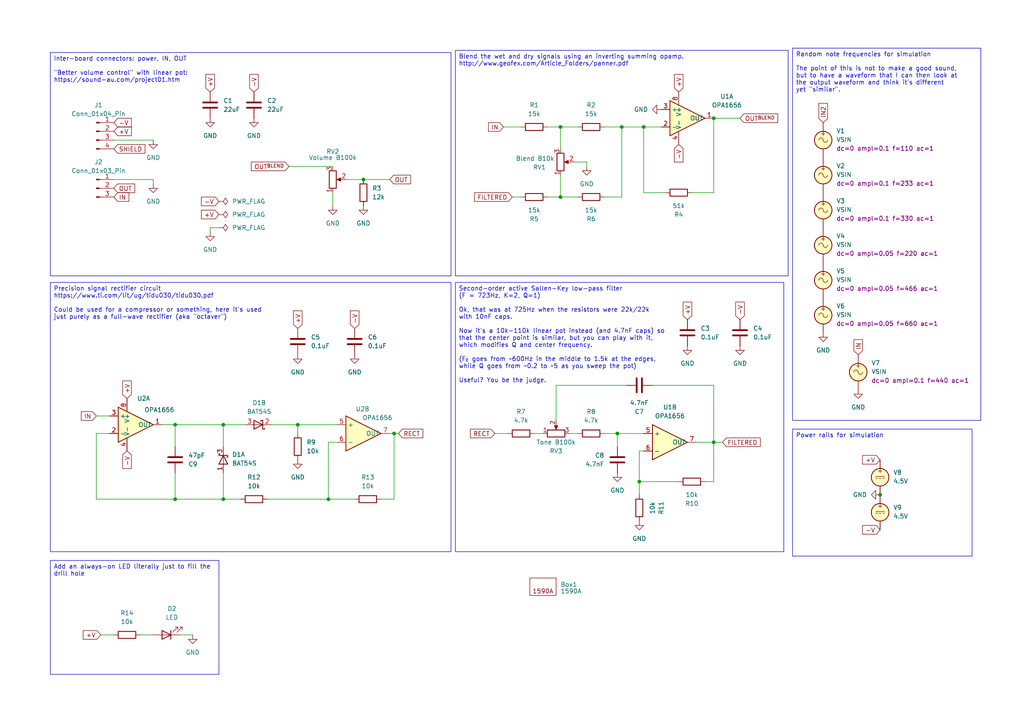
<source format=kicad_sch>
(kicad_sch (version 20250114) (generator "eeschema") (generator_version "9.0")
  (paper "A4")
  (title_block (title "Rectifier (\"Octave up fuzz\")") (date "2025-03-28") (rev "v2.0"))
  (lib_symbols
    (symbol "Connector:Conn_01x03_Pin" (pin_names (offset 1.016) (hide yes))
      (property "Reference" "J" (at 0 5.08 0))
      (property "Value" "Conn_01x03_Pin" (at 0 -5.08 0))
      (symbol "Conn_01x03_Pin_1_1"
        (rectangle (start 0.8636 2.667) (end 0 2.413) (stroke (width 0.1524)) (fill (type outline)))
        (rectangle (start 0.8636 0.127) (end 0 -0.127) (stroke (width 0.1524)) (fill (type outline)))
        (rectangle (start 0.8636 -2.413) (end 0 -2.667) (stroke (width 0.1524)) (fill (type outline)))
        (polyline (pts (xy 1.27 2.54) (xy 0.8636 2.54)) (stroke (width 0.1524)))
        (polyline (pts (xy 1.27 0) (xy 0.8636 0)) (stroke (width 0.1524)))
        (polyline (pts (xy 1.27 -2.54) (xy 0.8636 -2.54)) (stroke (width 0.1524)))
        (pin passive line (at 5.08 2.54 180) (length 3.81) (name "Pin_1") (number "1"))
        (pin passive line (at 5.08 0 180) (length 3.81) (name "Pin_2") (number "2"))
        (pin passive line (at 5.08 -2.54 180) (length 3.81) (name "Pin_3") (number "3"))
      )
    )
    (symbol "Connector:Conn_01x04_Pin" (pin_names (offset 1.016) (hide yes))
      (property "Reference" "J" (at 0 5.08 0))
      (property "Value" "Conn_01x04_Pin" (at 0 -7.62 0))
      (symbol "Conn_01x04_Pin_1_1"
        (rectangle (start 0.8636 2.667) (end 0 2.413) (stroke (width 0.1524)) (fill (type outline)))
        (rectangle (start 0.8636 0.127) (end 0 -0.127) (stroke (width 0.1524)) (fill (type outline)))
        (rectangle (start 0.8636 -2.413) (end 0 -2.667) (stroke (width 0.1524)) (fill (type outline)))
        (rectangle (start 0.8636 -4.953) (end 0 -5.207) (stroke (width 0.1524)) (fill (type outline)))
        (polyline (pts (xy 1.27 2.54) (xy 0.8636 2.54)) (stroke (width 0.1524)))
        (polyline (pts (xy 1.27 0) (xy 0.8636 0)) (stroke (width 0.1524)))
        (polyline (pts (xy 1.27 -2.54) (xy 0.8636 -2.54)) (stroke (width 0.1524)))
        (polyline (pts (xy 1.27 -5.08) (xy 0.8636 -5.08)) (stroke (width 0.1524)))
        (pin passive line (at 5.08 2.54 180) (length 3.81) (name "Pin_1") (number "1"))
        (pin passive line (at 5.08 0 180) (length 3.81) (name "Pin_2") (number "2"))
        (pin passive line (at 5.08 -2.54 180) (length 3.81) (name "Pin_3") (number "3"))
        (pin passive line (at 5.08 -5.08 180) (length 3.81) (name "Pin_4") (number "4"))
      )
    )
    (symbol "Device:C" (pin_numbers (hide yes)) (pin_names (offset 0.254))
      (property "Reference" "C" (at 0.635 2.54 0))
      (property "Value" "C" (at 0.635 -2.54 0))
      (symbol "C_0_1"
        (polyline (pts (xy -2.032 0.762) (xy 2.032 0.762)) (stroke (width 0.508)))
        (polyline (pts (xy -2.032 -0.762) (xy 2.032 -0.762)) (stroke (width 0.508)))
      )
      (symbol "C_1_1"
        (pin passive line (at 0 3.81 270) (length 2.794) (name "~") (number "1"))
        (pin passive line (at 0 -3.81 90) (length 2.794) (name "~") (number "2"))
      )
    )
    (symbol "Device:D_Schottky_Dual_Series_AKC_Split" (pin_names (offset 0.762) (hide yes))
      (property "Reference" "D" (at 0 2.54 0))
      (property "Value" "D_Schottky_Dual_Series_AKC_Split" (at 0 -2.54 0))
      (symbol "D_Schottky_Dual_Series_AKC_Split_0_1"
        (pin passive line (at 3.81 0 180) (length 2.54) (name "K") (number "3"))
      )
      (symbol "D_Schottky_Dual_Series_AKC_Split_1_1"
        (polyline (pts (xy -1.27 1.27) (xy 1.27 0) (xy -1.27 -1.27) (xy -1.27 1.27) (xy -1.27 1.27) (xy -1.27 1.27)) (stroke (width 0.254)))
        (polyline (pts (xy 1.27 0) (xy -1.27 0)))
        (polyline (pts (xy 1.778 1.016) (xy 1.778 1.27) (xy 1.27 1.27) (xy 1.27 -1.27) (xy 0.762 -1.27) (xy 0.762 -1.016)) (stroke (width 0.254)))
        (pin passive line (at -3.81 0 0) (length 2.54) (name "A") (number "1"))
      )
      (symbol "D_Schottky_Dual_Series_AKC_Split_2_1"
        (polyline (pts (xy -1.778 1.016) (xy -1.778 1.27) (xy -1.27 1.27) (xy -1.27 -1.27) (xy -0.762 -1.27) (xy -0.762 -1.016)) (stroke (width 0.254)))
        (polyline (pts (xy -1.27 0) (xy 1.27 0)))
        (polyline (pts (xy 1.27 1.27) (xy -1.27 0) (xy 1.27 -1.27) (xy 1.27 1.27) (xy 1.27 1.27) (xy 1.27 1.27)) (stroke (width 0.254)))
        (pin passive line (at -3.81 0 0) (length 2.54) (name "K") (number "2"))
      )
    )
    (symbol "Device:LED" (pin_numbers (hide yes)) (pin_names (offset 1.016) (hide yes))
      (property "Reference" "D" (at 0 2.54 0))
      (property "Value" "LED" (at 0 -2.54 0))
      (symbol "LED_0_1"
        (polyline (pts (xy -3.048 -0.762) (xy -4.572 -2.286) (xy -3.81 -2.286) (xy -4.572 -2.286) (xy -4.572 -1.524)))
        (polyline (pts (xy -1.778 -0.762) (xy -3.302 -2.286) (xy -2.54 -2.286) (xy -3.302 -2.286) (xy -3.302 -1.524)))
        (polyline (pts (xy -1.27 0) (xy 1.27 0)))
        (polyline (pts (xy -1.27 -1.27) (xy -1.27 1.27)) (stroke (width 0.254)))
        (polyline (pts (xy 1.27 -1.27) (xy 1.27 1.27) (xy -1.27 0) (xy 1.27 -1.27)) (stroke (width 0.254)))
      )
      (symbol "LED_1_1"
        (pin passive line (at -3.81 0 0) (length 2.54) (name "K") (number "1"))
        (pin passive line (at 3.81 0 180) (length 2.54) (name "A") (number "2"))
      )
    )
    (symbol "Device:R" (pin_numbers (hide yes)) (pin_names (offset 0))
      (property "Reference" "R" (at 2.032 0 90))
      (property "Value" "R" (at 0 0 90))
      (symbol "R_0_1"
        (rectangle (start -1.016 -2.54) (end 1.016 2.54) (stroke (width 0.254)))
      )
      (symbol "R_1_1"
        (pin passive line (at 0 3.81 270) (length 1.27) (name "~") (number "1"))
        (pin passive line (at 0 -3.81 90) (length 1.27) (name "~") (number "2"))
      )
    )
    (symbol "Device:R_Potentiometer" (pin_names (offset 1.016) (hide yes))
      (property "Reference" "RV" (at -4.445 0 90))
      (property "Value" "R_Potentiometer" (at -2.54 0 90))
      (symbol "R_Potentiometer_0_1"
        (rectangle (start 1.016 2.54) (end -1.016 -2.54) (stroke (width 0.254)))
        (polyline (pts (xy 1.143 0) (xy 2.286 0.508) (xy 2.286 -0.508) (xy 1.143 0)) (fill (type outline)))
        (polyline (pts (xy 2.54 0) (xy 1.524 0)))
      )
      (symbol "R_Potentiometer_1_1"
        (pin passive line (at 0 3.81 270) (length 1.27) (name "1") (number "1"))
        (pin passive line (at 0 -3.81 90) (length 1.27) (name "3") (number "3"))
        (pin passive line (at 3.81 0 180) (length 1.27) (name "2") (number "2"))
      )
    )
    (symbol "Mylib:Enclosure_1590A" (exclude_from_sim yes)
      (property "Reference" "Box" (at 0 0 0))
      (symbol "Enclosure_1590A_0_1"
        (rectangle (start -3.81 1.27) (end 3.81 -3.81))
      )
      (symbol "Enclosure_1590A_1_1"
        (text "1590A" (at 0 -2.54 0) (effects (font (size 1.27 1.27))))
      )
    )
    (symbol "Mylib:OPA1656"
      (property "Reference" "U" (at 8.89 5.08 0))
      (property "Value" "OPA1656" (at 2.54 11.43 0))
      (symbol "OPA1656_0_1"
        (polyline (pts (xy -2.54 5.08) (xy 7.62 0) (xy -2.54 -5.08) (xy -2.54 5.08)) (stroke (width 0.254)) (fill (type background)))
      )
      (symbol "OPA1656_1_1"
        (pin input line (at -5.08 2.54 0) (length 2.54) (name "+") (number "3"))
        (pin input line (at -5.08 -2.54 0) (length 2.54) (name "-") (number "2"))
        (pin power_in line (at 0 7.62 270) (length 3.81) (name "V+") (number "8"))
        (pin power_in line (at 0 -7.62 90) (length 3.81) (name "V-") (number "4"))
        (pin output line (at 10.16 0 180) (length 2.54) (name "OUT") (number "1"))
      )
      (symbol "OPA1656_2_1"
        (pin input line (at -5.08 2.54 0) (length 2.54) (name "+") (number "5"))
        (pin input line (at -5.08 -2.54 0) (length 2.54) (name "-") (number "6"))
        (pin output line (at 10.16 0 180) (length 2.54) (name "OUT") (number "7"))
      )
    )
    (symbol "Simulation_SPICE:VDC" (pin_numbers (hide yes)) (pin_names (offset 0.0254))
      (property "Reference" "V" (at 2.54 2.54 0))
      (property "Value" "1" (at 2.54 0 0))
      (symbol "VDC_0_0"
        (polyline (pts (xy -1.27 0.254) (xy 1.27 0.254)))
        (polyline (pts (xy -0.762 -0.254) (xy -1.27 -0.254)))
        (polyline (pts (xy 0.254 -0.254) (xy -0.254 -0.254)))
        (polyline (pts (xy 1.27 -0.254) (xy 0.762 -0.254)))
        (text "+" (at 0 1.905 0) (effects (font (size 1.27 1.27))))
      )
      (symbol "VDC_0_1"
        (circle (center 0 0) (radius 2.54) (stroke (width 0.254)) (fill (type background)))
      )
      (symbol "VDC_1_1"
        (pin passive line (at 0 5.08 270) (length 2.54) (name "~") (number "1"))
        (pin passive line (at 0 -5.08 90) (length 2.54) (name "~") (number "2"))
      )
    )
    (symbol "Simulation_SPICE:VSIN" (pin_numbers (hide yes)) (pin_names (offset 0.0254))
      (property "Reference" "V" (at 2.54 2.54 0))
      (property "Value" "VSIN" (at 2.54 0 0))
      (property "Sim.Params" "dc=0 ampl=1 f=1k ac=1" (at 2.54 -2.54 0))
      (symbol "VSIN_0_0"
        (arc (start -1.27 0) (mid -0.635 0.6323) (end 0 0))
        (arc (start 1.27 0) (mid 0.635 -0.6323) (end 0 0))
        (text "+" (at 0 1.905 0) (effects (font (size 1.27 1.27))))
      )
      (symbol "VSIN_0_1"
        (circle (center 0 0) (radius 2.54) (stroke (width 0.254)) (fill (type background)))
      )
      (symbol "VSIN_1_1"
        (pin passive line (at 0 5.08 270) (length 2.54) (name "~") (number "1"))
        (pin passive line (at 0 -5.08 90) (length 2.54) (name "~") (number "2"))
      )
    )
    (symbol "power:GND" (power) (pin_numbers (hide yes)) (pin_names (offset 0) (hide yes))
      (property "Value" "GND" (at 0 -3.81 0))
      (symbol "GND_0_1"
        (polyline (pts (xy 0 0) (xy 0 -1.27) (xy 1.27 -1.27) (xy 0 -2.54) (xy -1.27 -1.27) (xy 0 -1.27)))
      )
      (symbol "GND_1_1"
        (pin power_in line (at 0 0 270) (length 0) (name "~") (number "1"))
      )
    )
    (symbol "power:PWR_FLAG" (power) (pin_numbers (hide yes)) (pin_names (offset 0) (hide yes))
      (property "Value" "PWR_FLAG" (at 0 3.81 0))
      (symbol "PWR_FLAG_0_0"
        (pin power_out line (at 0 0 90) (length 0) (name "~") (number "1"))
      )
      (symbol "PWR_FLAG_0_1"
        (polyline (pts (xy 0 0) (xy 0 1.27) (xy -1.016 1.905) (xy 0 2.54) (xy 1.016 1.905) (xy 0 1.27)))
      )
    )
  )
  (text_box "Precision signal rectifier circuit\nhttps://www.ti.com/lit/ug/tidu030/tidu030.pdf\n\nCould be used for a compressor or something, here it's used\njust purely as a full-wave rectifier (aka \"octaver\")" (at 14.605 81.915 0) (size 116.205 78.105) (margins 0.9525 0.9525 0.9525 0.9525) (effects (font (size 1.27 1.27)) (justify left top)))
  (text_box "Power rails for simulation" (at 229.87 124.46 0) (size 52.07 36.83) (margins 0.9525 0.9525 0.9525 0.9525) (effects (font (size 1.27 1.27)) (justify left top)))
  (text_box "Add an always-on LED literally just to fill the drill hole" (at 14.605 162.56 0) (size 48.895 33.02) (margins 0.9525 0.9525 0.9525 0.9525) (effects (font (size 1.27 1.27)) (justify left top)))
  (text_box "Inter-board connectors: power, IN, OUT\n\n\"Better volume control\" with linear pot: \nhttps://sound-au.com/project01.htm" (at 14.605 15.24 0) (size 116.205 64.77) (margins 0.9525 0.9525 0.9525 0.9525) (effects (font (size 1.27 1.27)) (justify left top)))
  (text_box "Blend the wet and dry signals using an inverting summing opamp.\nhttp://www.geofex.com/Article_Folders/panner.pdf" (at 132.08 14.605 0) (size 96.52 65.405) (margins 0.9525 0.9525 0.9525 0.9525) (effects (font (size 1.27 1.27)) (justify left top)))
  (text_box "Second-order active Sallen-Key low-pass filter\n(F = 723Hz, K=2, Q=1)\n\nOk, that was at 725Hz when the resistors were 22k/22k\nwith 10nF caps.\n\nNow it's a 10k-110k linear pot instead (and 4.7nF caps) so\nthat the center point is similar, but you can play with it,\nwhich modifies Q and center frequency.\n\n(F_{c} goes from ~600Hz in the middle to 1.5k at the edges,\nwhile Q goes from ~0.2 to ~5 as you sweep the pot)\n\nUseful? You be the judge." (at 132.08 81.915 0) (size 95.25 78.105) (margins 0.9525 0.9525 0.9525 0.9525) (effects (font (size 1.27 1.27)) (justify left top)))
  (text_box "Random note frequencies for simulation\n\nThe point of this is not to make a good sound,\nbut to have a waveform that I can then look at\nthe output waveform and think it's different\nyet \"similar\"." (at 229.87 13.97 0) (size 54.61 107.95) (margins 0.9525 0.9525 0.9525 0.9525) (effects (font (size 1.27 1.27)) (justify left top)))
  (junction (at 86.36 123.19))
  (junction (at 162.56 36.83))
  (junction (at 207.01 128.27))
  (junction (at 162.56 57.15))
  (junction (at 180.34 36.83))
  (junction (at 64.77 144.78))
  (junction (at 105.41 52.07))
  (junction (at 114.3 125.73))
  (junction (at 185.42 139.7))
  (junction (at 95.25 144.78))
  (junction (at 50.8 123.19))
  (junction (at 179.07 125.73))
  (junction (at 255.27 143.51))
  (junction (at 64.77 123.19))
  (junction (at 50.8 144.78))
  (junction (at 207.01 34.29))
  (junction (at 186.69 36.83))
  (wire (pts (xy 162.56 36.83) (xy 167.64 36.83)))
  (wire (pts (xy 105.41 52.07) (xy 113.03 52.07)))
  (wire (pts (xy 97.79 128.27) (xy 95.25 128.27)))
  (wire (pts (xy 33.02 52.07) (xy 44.45 52.07)))
  (wire (pts (xy 175.26 36.83) (xy 180.34 36.83)))
  (wire (pts (xy 158.75 36.83) (xy 162.56 36.83)))
  (wire (pts (xy 50.8 144.78) (xy 64.77 144.78)))
  (wire (pts (xy 83.82 48.26) (xy 96.52 48.26)))
  (wire (pts (xy 95.25 144.78) (xy 102.87 144.78)))
  (wire (pts (xy 27.94 120.65) (xy 31.75 120.65)))
  (wire (pts (xy 77.47 144.78) (xy 95.25 144.78)))
  (wire (pts (xy 86.36 123.19) (xy 97.79 123.19)))
  (wire (pts (xy 114.3 144.78) (xy 114.3 125.73)))
  (wire (pts (xy 114.3 125.73) (xy 113.03 125.73)))
  (wire (pts (xy 207.01 139.7) (xy 207.01 128.27)))
  (wire (pts (xy 207.01 34.29) (xy 214.63 34.29)))
  (wire (pts (xy 170.18 46.99) (xy 170.18 48.26)))
  (wire (pts (xy 78.74 123.19) (xy 86.36 123.19)))
  (wire (pts (xy 52.07 184.15) (xy 55.88 184.15)))
  (wire (pts (xy 186.69 130.81) (xy 185.42 130.81)))
  (wire (pts (xy 162.56 36.83) (xy 162.56 43.18)))
  (wire (pts (xy 185.42 139.7) (xy 196.85 139.7)))
  (wire (pts (xy 179.07 125.73) (xy 186.69 125.73)))
  (wire (pts (xy 175.26 125.73) (xy 179.07 125.73)))
  (wire (pts (xy 29.21 184.15) (xy 33.02 184.15)))
  (wire (pts (xy 50.8 144.78) (xy 50.8 137.16)))
  (wire (pts (xy 200.66 55.88) (xy 207.01 55.88)))
  (wire (pts (xy 158.75 57.15) (xy 162.56 57.15)))
  (wire (pts (xy 204.47 139.7) (xy 207.01 139.7)))
  (wire (pts (xy 186.69 36.83) (xy 191.77 36.83)))
  (wire (pts (xy 46.99 123.19) (xy 50.8 123.19)))
  (wire (pts (xy 201.93 128.27) (xy 207.01 128.27)))
  (wire (pts (xy 186.69 55.88) (xy 193.04 55.88)))
  (wire (pts (xy 115.57 125.73) (xy 114.3 125.73)))
  (wire (pts (xy 27.94 125.73) (xy 31.75 125.73)))
  (wire (pts (xy 179.07 129.54) (xy 179.07 125.73)))
  (wire (pts (xy 185.42 139.7) (xy 185.42 143.51)))
  (wire (pts (xy 166.37 46.99) (xy 170.18 46.99)))
  (wire (pts (xy 154.94 125.73) (xy 157.48 125.73)))
  (wire (pts (xy 64.77 123.19) (xy 64.77 129.54)))
  (wire (pts (xy 63.5 66.04) (xy 60.96 66.04)))
  (wire (pts (xy 162.56 50.8) (xy 162.56 57.15)))
  (wire (pts (xy 180.34 57.15) (xy 175.26 57.15)))
  (wire (pts (xy 186.69 36.83) (xy 186.69 55.88)))
  (wire (pts (xy 50.8 129.54) (xy 50.8 123.19)))
  (wire (pts (xy 44.45 52.07) (xy 44.45 53.34)))
  (wire (pts (xy 143.51 125.73) (xy 147.32 125.73)))
  (wire (pts (xy 60.96 66.04) (xy 60.96 67.31)))
  (wire (pts (xy 96.52 59.69) (xy 96.52 55.88)))
  (wire (pts (xy 146.05 36.83) (xy 151.13 36.83)))
  (wire (pts (xy 64.77 123.19) (xy 71.12 123.19)))
  (wire (pts (xy 44.45 40.64) (xy 33.02 40.64)))
  (wire (pts (xy 110.49 144.78) (xy 114.3 144.78)))
  (wire (pts (xy 180.34 36.83) (xy 186.69 36.83)))
  (wire (pts (xy 86.36 123.19) (xy 86.36 125.73)))
  (wire (pts (xy 64.77 144.78) (xy 69.85 144.78)))
  (wire (pts (xy 189.23 111.76) (xy 207.01 111.76)))
  (wire (pts (xy 27.94 144.78) (xy 27.94 125.73)))
  (wire (pts (xy 40.64 184.15) (xy 44.45 184.15)))
  (wire (pts (xy 165.1 125.73) (xy 167.64 125.73)))
  (wire (pts (xy 64.77 137.16) (xy 64.77 144.78)))
  (wire (pts (xy 95.25 128.27) (xy 95.25 144.78)))
  (wire (pts (xy 207.01 34.29) (xy 207.01 55.88)))
  (wire (pts (xy 161.29 111.76) (xy 161.29 121.92)))
  (wire (pts (xy 50.8 123.19) (xy 64.77 123.19)))
  (wire (pts (xy 207.01 128.27) (xy 209.55 128.27)))
  (wire (pts (xy 27.94 144.78) (xy 50.8 144.78)))
  (wire (pts (xy 207.01 111.76) (xy 207.01 128.27)))
  (wire (pts (xy 148.59 57.15) (xy 151.13 57.15)))
  (wire (pts (xy 180.34 36.83) (xy 180.34 57.15)))
  (wire (pts (xy 100.33 52.07) (xy 105.41 52.07)))
  (wire (pts (xy 181.61 111.76) (xy 161.29 111.76)))
  (wire (pts (xy 185.42 130.81) (xy 185.42 139.7)))
  (wire (pts (xy 162.56 57.15) (xy 167.64 57.15)))
  (global_label "-V" (shape input) (at 255.27 153.67 180) (property "Intersheetrefs" "${INTERSHEET_REFS}" (effects (hide yes))))
  (global_label "SHIELD" (shape input) (at 33.02 43.18 0) (property "Intersheetrefs" "${INTERSHEET_REFS}" (effects (hide yes))))
  (global_label "-V" (shape input) (at 63.5 58.42 180) (property "Intersheetrefs" "${INTERSHEET_REFS}" (effects (hide yes))))
  (global_label "OUT^{BLEND}" (shape input) (at 83.82 48.26 180) (property "Intersheetrefs" "${INTERSHEET_REFS}" (effects (hide yes))))
  (global_label "-V" (shape input) (at 214.63 92.71 90) (property "Intersheetrefs" "${INTERSHEET_REFS}" (effects (hide yes))))
  (global_label "+V" (shape input) (at 63.5 62.23 180) (property "Intersheetrefs" "${INTERSHEET_REFS}" (effects (hide yes))))
  (global_label "+V" (shape input) (at 199.39 92.71 90) (property "Intersheetrefs" "${INTERSHEET_REFS}" (effects (hide yes))))
  (global_label "OUT" (shape input) (at 33.02 54.61 0) (property "Intersheetrefs" "${INTERSHEET_REFS}" (effects (hide yes))))
  (global_label "-V" (shape input) (at 73.66 26.67 90) (property "Intersheetrefs" "${INTERSHEET_REFS}" (effects (hide yes))))
  (global_label "IN" (shape input) (at 33.02 57.15 0) (property "Intersheetrefs" "${INTERSHEET_REFS}" (effects (hide yes))))
  (global_label "RECT" (shape input) (at 115.57 125.73 0) (property "Intersheetrefs" "${INTERSHEET_REFS}" (effects (hide yes))))
  (global_label "FILTERED" (shape input) (at 148.59 57.15 180) (property "Intersheetrefs" "${INTERSHEET_REFS}" (effects (hide yes))))
  (global_label "-V" (shape input) (at 102.87 95.25 90) (property "Intersheetrefs" "${INTERSHEET_REFS}" (effects (hide yes))))
  (global_label "OUT" (shape input) (at 113.03 52.07 0) (property "Intersheetrefs" "${INTERSHEET_REFS}" (effects (hide yes))))
  (global_label "-V" (shape input) (at 36.83 130.81 270) (property "Intersheetrefs" "${INTERSHEET_REFS}" (effects (hide yes))))
  (global_label "IN2" (shape input) (at 238.76 35.56 90) (property "Intersheetrefs" "${INTERSHEET_REFS}" (effects (hide yes))))
  (global_label "-V" (shape input) (at 196.85 41.91 270) (property "Intersheetrefs" "${INTERSHEET_REFS}" (effects (hide yes))))
  (global_label "RECT" (shape input) (at 143.51 125.73 180) (property "Intersheetrefs" "${INTERSHEET_REFS}" (effects (hide yes))))
  (global_label "+V" (shape input) (at 36.83 115.57 90) (property "Intersheetrefs" "${INTERSHEET_REFS}" (effects (hide yes))))
  (global_label "+V" (shape input) (at 86.36 95.25 90) (property "Intersheetrefs" "${INTERSHEET_REFS}" (effects (hide yes))))
  (global_label "OUT^{BLEND}" (shape input) (at 214.63 34.29 0) (property "Intersheetrefs" "${INTERSHEET_REFS}" (effects (hide yes))))
  (global_label "IN" (shape input) (at 27.94 120.65 180) (property "Intersheetrefs" "${INTERSHEET_REFS}" (effects (hide yes))))
  (global_label "+V" (shape input) (at 29.21 184.15 180) (property "Intersheetrefs" "${INTERSHEET_REFS}" (effects (hide yes))))
  (global_label "+V" (shape input) (at 33.02 38.1 0) (property "Intersheetrefs" "${INTERSHEET_REFS}" (effects (hide yes))))
  (global_label "-V" (shape input) (at 33.02 35.56 0) (property "Intersheetrefs" "${INTERSHEET_REFS}" (effects (hide yes))))
  (global_label "+V" (shape input) (at 60.96 26.67 90) (property "Intersheetrefs" "${INTERSHEET_REFS}" (effects (hide yes))))
  (global_label "+V" (shape input) (at 196.85 26.67 90) (property "Intersheetrefs" "${INTERSHEET_REFS}" (effects (hide yes))))
  (global_label "IN" (shape input) (at 248.92 102.87 90) (property "Intersheetrefs" "${INTERSHEET_REFS}" (effects (hide yes))))
  (global_label "+V" (shape input) (at 255.27 133.35 180) (property "Intersheetrefs" "${INTERSHEET_REFS}" (effects (hide yes))))
  (global_label "FILTERED" (shape input) (at 209.55 128.27 0) (property "Intersheetrefs" "${INTERSHEET_REFS}" (effects (hide yes))))
  (global_label "IN" (shape input) (at 146.05 36.83 180) (property "Intersheetrefs" "${INTERSHEET_REFS}" (effects (hide yes))))
  (symbol (lib_id "Device:R") (at 151.13 125.73 90) (unit 1)
    (property "Reference" "R7" (at 151.13 119.38 90))
    (property "Value" "4.7k" (at 151.13 121.92 90))
    (property "Footprint" "Resistor_SMD:R_0805_2012Metric_Pad1.20x1.40mm_HandSolder" (effects (hide yes)))
    (property "Description" "Resistor" (effects (hide yes)))
  )
  (symbol (lib_id "power:GND") (at 255.27 143.51 270) (unit 1)
    (property "Reference" "#PWR018" (effects (hide yes)))
    (property "Value" "GND" (at 251.46 143.5099 90) (effects (justify right)))
    (property "Description" "Power symbol creates a global label with name \"GND\" , ground" (effects (hide yes)))
  )
  (symbol (lib_id "power:GND") (at 248.92 113.03 0) (unit 1)
    (property "Reference" "#PWR015" (effects (hide yes)))
    (property "Value" "GND" (at 248.92 118.11 0))
    (property "Description" "Power symbol creates a global label with name \"GND\" , ground" (effects (hide yes)))
  )
  (symbol (lib_id "Device:D_Schottky_Dual_Series_AKC_Split") (at 74.93 123.19 180) (unit 2)
    (property "Reference" "D1" (at 75.184 116.84 0))
    (property "Value" "BAT54S" (at 75.184 119.38 0))
    (property "Footprint" "Package_TO_SOT_SMD:SOT-23-3" (effects (hide yes)))
    (property "Description" "Dual Schottky diode, anode/cathode/center" (effects (hide yes)))
    (property "Sim.Library" "/home/torvalds/KiCad/1590A/symbols/bat54s.lib" (effects (hide yes)))
    (property "Sim.Name" "BAT54S" (effects (hide yes)))
    (property "Sim.Device" "SUBCKT" (effects (hide yes)))
    (property "Sim.Pins" "1=A 2=K 3=C" (effects (hide yes)))
  )
  (symbol (lib_id "Device:C") (at 50.8 133.35 0) (mirror x) (unit 1)
    (property "Reference" "C9" (at 54.61 134.6201 0) (effects (justify left)))
    (property "Value" "47pF" (at 54.61 132.0801 0) (effects (justify left)))
    (property "Footprint" "Capacitor_SMD:C_0805_2012Metric_Pad1.18x1.45mm_HandSolder" (effects (hide yes)))
    (property "Description" "Unpolarized capacitor" (effects (hide yes)))
  )
  (symbol (lib_id "Device:R") (at 200.66 139.7 270) (unit 1)
    (property "Reference" "R10" (at 200.66 146.05 90))
    (property "Value" "10k" (at 200.66 143.51 90))
    (property "Footprint" "Resistor_SMD:R_0805_2012Metric_Pad1.20x1.40mm_HandSolder" (effects (hide yes)))
    (property "Description" "Resistor" (effects (hide yes)))
  )
  (symbol (lib_id "power:GND") (at 60.96 67.31 0) (unit 1)
    (property "Reference" "#PWR09" (effects (hide yes)))
    (property "Value" "GND" (at 60.96 72.39 0))
    (property "Description" "Power symbol creates a global label with name \"GND\" , ground" (effects (hide yes)))
  )
  (symbol (lib_id "Mylib:OPA1656") (at 191.77 128.27 0) (unit 2)
    (property "Reference" "U1" (at 194.31 118.11 0))
    (property "Value" "OPA1656" (at 194.31 120.65 0))
    (property "Footprint" "Package_SO:SOIC-8_3.9x4.9mm_P1.27mm" (effects (hide yes)))
    (property "Datasheet" "https://ti.com/lit/ds/symlink/opa1655.pdf" (effects (hide yes)))
    (property "Description" "Dual audio op-amp" (effects (hide yes)))
    (property "Sim.Library" "${KIPRJMOD}/../../symbols/dual1656.lib" (effects (hide yes)))
    (property "Sim.Name" "DUAL1656" (effects (hide yes)))
    (property "Sim.Device" "SUBCKT" (effects (hide yes)))
    (property "Sim.Pins" "1=OUTA 2=INA- 3=INA+ 4=V- 5=INB+ 6=INB- 7=OUTB 8=V+" (effects (hide yes)))
  )
  (symbol (lib_id "Device:C") (at 185.42 111.76 90) (mirror x) (unit 1)
    (property "Reference" "C7" (at 185.42 119.38 90))
    (property "Value" "4.7nF" (at 185.42 116.84 90))
    (property "Footprint" "Capacitor_SMD:C_0805_2012Metric_Pad1.18x1.45mm_HandSolder" (effects (hide yes)))
    (property "Description" "Unpolarized capacitor" (effects (hide yes)))
  )
  (symbol (lib_id "Device:R") (at 185.42 147.32 0) (unit 1)
    (property "Reference" "R11" (at 191.77 147.32 90))
    (property "Value" "10k" (at 189.23 147.32 90))
    (property "Footprint" "Resistor_SMD:R_0805_2012Metric_Pad1.20x1.40mm_HandSolder" (effects (hide yes)))
    (property "Description" "Resistor" (effects (hide yes)))
  )
  (symbol (lib_id "Device:R_Potentiometer") (at 161.29 125.73 90) (unit 1)
    (property "Reference" "RV3" (at 161.29 130.81 90))
    (property "Value" "Tone B100k" (at 161.29 128.27 90))
    (property "Footprint" "Potentiometer_THT:Potentiometer_Alpha_RD901F-40-00D_Single_Vertical" (effects (hide yes)))
    (property "Description" "Potentiometer" (effects (hide yes)))
    (property "Sim.Device" "R" (effects (hide yes)))
    (property "Sim.Pins" "1=r0 2=wiper 3=r1" (effects (hide yes)))
    (property "Sim.Type" "POT" (effects (hide yes)))
    (property "Sim.Params" "r=100k" (effects (hide yes)))
  )
  (symbol (lib_id "Simulation_SPICE:VSIN") (at 238.76 81.28 0) (unit 1) (on_board no)
    (property "Reference" "V5" (at 242.57 78.6101 0) (effects (justify left)))
    (property "Value" "VSIN" (at 242.57 81.1501 0) (effects (justify left)))
    (property "Datasheet" "https://ngspice.sourceforge.io/docs/ngspice-html-manual/manual.xhtml#sec_Independent_Sources_for" (effects (hide yes)))
    (property "Description" "Voltage source, sinusoidal" (effects (hide yes)))
    (property "Sim.Pins" "1=+ 2=-" (effects (hide yes)))
    (property "Sim.Params" "dc=0 ampl=0.05 f=466 ac=1" (at 242.57 83.6901 0) (effects (justify left)))
    (property "Sim.Type" "SIN" (effects (hide yes)))
    (property "Sim.Device" "V" (effects (hide yes)))
  )
  (symbol (lib_id "Device:C") (at 179.07 133.35 0) (mirror y) (unit 1)
    (property "Reference" "C8" (at 175.26 132.0799 0) (effects (justify left)))
    (property "Value" "4.7nF" (at 175.26 134.6199 0) (effects (justify left)))
    (property "Footprint" "Capacitor_SMD:C_0805_2012Metric_Pad1.18x1.45mm_HandSolder" (effects (hide yes)))
    (property "Description" "Unpolarized capacitor" (effects (hide yes)))
  )
  (symbol (lib_id "power:PWR_FLAG") (at 63.5 58.42 270) (unit 1)
    (property "Reference" "#FLG01" (effects (hide yes)))
    (property "Value" "PWR_FLAG" (at 67.31 58.4199 90) (effects (justify left)))
    (property "Description" "Special symbol for telling ERC where power comes from" (effects (hide yes)))
  )
  (symbol (lib_id "Device:C") (at 73.66 30.48 0) (unit 1)
    (property "Reference" "C2" (at 77.47 29.2099 0) (effects (justify left)))
    (property "Value" "22uF" (at 77.47 31.7499 0) (effects (justify left)))
    (property "Footprint" "Capacitor_SMD:C_1206_3216Metric_Pad1.33x1.80mm_HandSolder" (effects (hide yes)))
    (property "Description" "Unpolarized capacitor" (effects (hide yes)))
  )
  (symbol (lib_id "Mylib:OPA1656") (at 102.87 125.73 0) (unit 2)
    (property "Reference" "U2" (at 105.156 118.618 0))
    (property "Value" "OPA1656" (at 109.474 121.158 0))
    (property "Footprint" "Package_SO:SOIC-8_3.9x4.9mm_P1.27mm" (effects (hide yes)))
    (property "Datasheet" "https://ti.com/lit/ds/symlink/opa1655.pdf" (effects (hide yes)))
    (property "Description" "Dual audio op-amp" (effects (hide yes)))
    (property "Sim.Library" "${KIPRJMOD}/../../symbols/dual1656.lib" (effects (hide yes)))
    (property "Sim.Name" "DUAL1656" (effects (hide yes)))
    (property "Sim.Device" "SUBCKT" (effects (hide yes)))
    (property "Sim.Pins" "1=OUTA 2=INA- 3=INA+ 4=V- 5=INB+ 6=INB- 7=OUTB 8=V+" (effects (hide yes)))
  )
  (symbol (lib_id "Device:C") (at 86.36 99.06 0) (unit 1)
    (property "Reference" "C5" (at 90.17 97.7899 0) (effects (justify left)))
    (property "Value" "0.1uF" (at 90.17 100.3299 0) (effects (justify left)))
    (property "Footprint" "Mylib:C_0704_1810Metric" (effects (hide yes)))
    (property "Description" "Unpolarized capacitor" (effects (hide yes)))
  )
  (symbol (lib_id "power:GND") (at 179.07 137.16 0) (unit 1)
    (property "Reference" "#PWR016" (effects (hide yes)))
    (property "Value" "GND" (at 179.07 142.24 0))
    (property "Description" "Power symbol creates a global label with name \"GND\" , ground" (effects (hide yes)))
  )
  (symbol (lib_id "Connector:Conn_01x04_Pin") (at 27.94 38.1 0) (unit 1) (exclude_from_sim yes)
    (property "Reference" "J1" (at 28.575 30.48 0))
    (property "Value" "Conn_01x04_Pin" (at 28.575 33.02 0))
    (property "Footprint" "Connector_PinHeader_2.54mm:PinHeader_1x04_P2.54mm_Vertical" (effects (hide yes)))
    (property "Description" "Generic connector, single row, 01x04, script generated" (effects (hide yes)))
  )
  (symbol (lib_id "Device:C") (at 102.87 99.06 0) (unit 1)
    (property "Reference" "C6" (at 106.68 97.7899 0) (effects (justify left)))
    (property "Value" "0.1uF" (at 106.68 100.3299 0) (effects (justify left)))
    (property "Footprint" "Mylib:C_0704_1810Metric" (effects (hide yes)))
    (property "Description" "Unpolarized capacitor" (effects (hide yes)))
  )
  (symbol (lib_id "Device:R_Potentiometer") (at 96.52 52.07 0) (mirror x) (unit 1)
    (property "Reference" "RV2" (at 96.52 43.942 0))
    (property "Value" "Volume B100k" (at 96.52 45.72 0))
    (property "Footprint" "Potentiometer_THT:Potentiometer_Alpha_RD901F-40-00D_Single_Vertical" (effects (hide yes)))
    (property "Description" "Potentiometer" (effects (hide yes)))
    (property "Sim.Device" "R" (effects (hide yes)))
    (property "Sim.Pins" "1=r0 2=wiper 3=r1" (effects (hide yes)))
    (property "Sim.Type" "POT" (effects (hide yes)))
    (property "Sim.Params" "r=100k pos=1.0" (effects (hide yes)))
  )
  (symbol (lib_id "Device:LED") (at 48.26 184.15 180) (unit 1)
    (property "Reference" "D2" (at 49.8475 176.53 0))
    (property "Value" "LED" (at 49.8475 179.07 0))
    (property "Footprint" "LED_THT:LED_D3.0mm" (effects (hide yes)))
    (property "Description" "Light emitting diode" (effects (hide yes)))
    (property "Sim.Device" "D" (effects (hide yes)))
    (property "Sim.Pins" "1=K 2=A" (effects (hide yes)))
  )
  (symbol (lib_id "Device:C") (at 199.39 96.52 0) (unit 1)
    (property "Reference" "C3" (at 203.2 95.2499 0) (effects (justify left)))
    (property "Value" "0.1uF" (at 203.2 97.7899 0) (effects (justify left)))
    (property "Footprint" "Mylib:C_0704_1810Metric" (effects (hide yes)))
    (property "Description" "Unpolarized capacitor" (effects (hide yes)))
  )
  (symbol (lib_id "power:GND") (at 60.96 34.29 0) (unit 1)
    (property "Reference" "#PWR02" (effects (hide yes)))
    (property "Value" "GND" (at 60.96 39.37 0))
    (property "Description" "Power symbol creates a global label with name \"GND\" , ground" (effects (hide yes)))
  )
  (symbol (lib_id "power:PWR_FLAG") (at 63.5 66.04 270) (unit 1)
    (property "Reference" "#FLG03" (effects (hide yes)))
    (property "Value" "PWR_FLAG" (at 67.31 66.0401 90) (effects (justify left)))
    (property "Description" "Special symbol for telling ERC where power comes from" (effects (hide yes)))
  )
  (symbol (lib_id "Device:R_Potentiometer") (at 162.56 46.99 0) (mirror x) (unit 1)
    (property "Reference" "RV1" (at 156.464 48.514 0))
    (property "Value" "Blend B10k" (at 155.194 45.974 0))
    (property "Footprint" "Potentiometer_THT:Potentiometer_Alpha_RD901F-40-00D_Single_Vertical" (effects (hide yes)))
    (property "Description" "Potentiometer" (effects (hide yes)))
    (property "Sim.Device" "R" (effects (hide yes)))
    (property "Sim.Pins" "1=r0 2=wiper 3=r1" (effects (hide yes)))
    (property "Sim.Type" "POT" (effects (hide yes)))
    (property "Sim.Params" "r=10k" (effects (hide yes)))
  )
  (symbol (lib_id "Device:D_Schottky_Dual_Series_AKC_Split") (at 64.77 133.35 90) (unit 1)
    (property "Reference" "D1" (at 67.31 131.8259 90) (effects (justify right)))
    (property "Value" "BAT54S" (at 67.31 134.3659 90) (effects (justify right)))
    (property "Footprint" "Package_TO_SOT_SMD:SOT-23-3" (effects (hide yes)))
    (property "Description" "Dual Schottky diode, anode/cathode/center" (effects (hide yes)))
    (property "Sim.Library" "/home/torvalds/KiCad/1590A/symbols/bat54s.lib" (effects (hide yes)))
    (property "Sim.Name" "BAT54S" (effects (hide yes)))
    (property "Sim.Device" "SUBCKT" (effects (hide yes)))
    (property "Sim.Pins" "1=A 2=K 3=C" (effects (hide yes)))
  )
  (symbol (lib_id "Device:R") (at 171.45 36.83 270) (unit 1)
    (property "Reference" "R2" (at 171.45 30.48 90))
    (property "Value" "15k" (at 171.45 33.02 90))
    (property "Footprint" "Resistor_SMD:R_0805_2012Metric_Pad1.20x1.40mm_HandSolder" (effects (hide yes)))
    (property "Description" "Resistor" (effects (hide yes)))
  )
  (symbol (lib_id "power:GND") (at 96.52 59.69 0) (unit 1)
    (property "Reference" "#PWR07" (effects (hide yes)))
    (property "Value" "GND" (at 96.52 64.77 0))
    (property "Description" "Power symbol creates a global label with name \"GND\" , ground" (effects (hide yes)))
  )
  (symbol (lib_id "power:GND") (at 86.36 102.87 0) (unit 1)
    (property "Reference" "#PWR013" (effects (hide yes)))
    (property "Value" "GND" (at 86.36 107.95 0))
    (property "Description" "Power symbol creates a global label with name \"GND\" , ground" (effects (hide yes)))
  )
  (symbol (lib_id "power:GND") (at 105.41 59.69 0) (unit 1)
    (property "Reference" "#PWR08" (effects (hide yes)))
    (property "Value" "GND" (at 105.41 64.77 0))
    (property "Description" "Power symbol creates a global label with name \"GND\" , ground" (effects (hide yes)))
  )
  (symbol (lib_id "Simulation_SPICE:VSIN") (at 238.76 40.64 0) (unit 1) (on_board no)
    (property "Reference" "V1" (at 242.57 37.9701 0) (effects (justify left)))
    (property "Value" "VSIN" (at 242.57 40.5101 0) (effects (justify left)))
    (property "Datasheet" "https://ngspice.sourceforge.io/docs/ngspice-html-manual/manual.xhtml#sec_Independent_Sources_for" (effects (hide yes)))
    (property "Description" "Voltage source, sinusoidal" (effects (hide yes)))
    (property "Sim.Pins" "1=+ 2=-" (effects (hide yes)))
    (property "Sim.Params" "dc=0 ampl=0.1 f=110 ac=1" (at 242.57 43.0501 0) (effects (justify left)))
    (property "Sim.Type" "SIN" (effects (hide yes)))
    (property "Sim.Device" "V" (effects (hide yes)))
  )
  (symbol (lib_id "Device:C") (at 60.96 30.48 0) (unit 1)
    (property "Reference" "C1" (at 64.77 29.2099 0) (effects (justify left)))
    (property "Value" "22uF" (at 64.77 31.7499 0) (effects (justify left)))
    (property "Footprint" "Capacitor_SMD:C_1206_3216Metric_Pad1.33x1.80mm_HandSolder" (effects (hide yes)))
    (property "Description" "Unpolarized capacitor" (effects (hide yes)))
  )
  (symbol (lib_id "power:GND") (at 191.77 31.75 270) (unit 1)
    (property "Reference" "#PWR01" (effects (hide yes)))
    (property "Value" "GND" (at 187.96 31.7499 90) (effects (justify right)))
    (property "Description" "Power symbol creates a global label with name \"GND\" , ground" (effects (hide yes)))
  )
  (symbol (lib_id "power:GND") (at 44.45 40.64 0) (unit 1)
    (property "Reference" "#PWR04" (effects (hide yes)))
    (property "Value" "GND" (at 44.45 45.72 0))
    (property "Description" "Power symbol creates a global label with name \"GND\" , ground" (effects (hide yes)))
  )
  (symbol (lib_id "Simulation_SPICE:VSIN") (at 238.76 60.96 0) (unit 1) (on_board no)
    (property "Reference" "V3" (at 242.57 58.2901 0) (effects (justify left)))
    (property "Value" "VSIN" (at 242.57 60.8301 0) (effects (justify left)))
    (property "Datasheet" "https://ngspice.sourceforge.io/docs/ngspice-html-manual/manual.xhtml#sec_Independent_Sources_for" (effects (hide yes)))
    (property "Description" "Voltage source, sinusoidal" (effects (hide yes)))
    (property "Sim.Pins" "1=+ 2=-" (effects (hide yes)))
    (property "Sim.Params" "dc=0 ampl=0.1 f=330 ac=1" (at 242.57 63.3701 0) (effects (justify left)))
    (property "Sim.Type" "SIN" (effects (hide yes)))
    (property "Sim.Device" "V" (effects (hide yes)))
  )
  (symbol (lib_id "Device:C") (at 214.63 96.52 0) (unit 1)
    (property "Reference" "C4" (at 218.44 95.2499 0) (effects (justify left)))
    (property "Value" "0.1uF" (at 218.44 97.7899 0) (effects (justify left)))
    (property "Footprint" "Mylib:C_0704_1810Metric" (effects (hide yes)))
    (property "Description" "Unpolarized capacitor" (effects (hide yes)))
  )
  (symbol (lib_id "power:GND") (at 86.36 133.35 0) (unit 1)
    (property "Reference" "#PWR017" (effects (hide yes)))
    (property "Value" "GND" (at 86.36 138.43 0))
    (property "Description" "Power symbol creates a global label with name \"GND\" , ground" (effects (hide yes)))
  )
  (symbol (lib_id "Device:R") (at 86.36 129.54 180) (unit 1)
    (property "Reference" "R9" (at 88.9 128.2699 0) (effects (justify right)))
    (property "Value" "10k" (at 88.9 130.8099 0) (effects (justify right)))
    (property "Footprint" "Resistor_SMD:R_0805_2012Metric_Pad1.20x1.40mm_HandSolder" (effects (hide yes)))
    (property "Description" "Resistor" (effects (hide yes)))
  )
  (symbol (lib_id "power:PWR_FLAG") (at 63.5 62.23 270) (unit 1)
    (property "Reference" "#FLG02" (effects (hide yes)))
    (property "Value" "PWR_FLAG" (at 67.31 62.2299 90) (effects (justify left)))
    (property "Description" "Special symbol for telling ERC where power comes from" (effects (hide yes)))
  )
  (symbol (lib_id "Simulation_SPICE:VSIN") (at 238.76 71.12 0) (unit 1) (on_board no)
    (property "Reference" "V4" (at 242.57 68.4501 0) (effects (justify left)))
    (property "Value" "VSIN" (at 242.57 70.9901 0) (effects (justify left)))
    (property "Datasheet" "https://ngspice.sourceforge.io/docs/ngspice-html-manual/manual.xhtml#sec_Independent_Sources_for" (effects (hide yes)))
    (property "Description" "Voltage source, sinusoidal" (effects (hide yes)))
    (property "Sim.Pins" "1=+ 2=-" (effects (hide yes)))
    (property "Sim.Params" "dc=0 ampl=0.05 f=220 ac=1" (at 242.57 73.5301 0) (effects (justify left)))
    (property "Sim.Type" "SIN" (effects (hide yes)))
    (property "Sim.Device" "V" (effects (hide yes)))
  )
  (symbol (lib_id "power:GND") (at 185.42 151.13 0) (unit 1)
    (property "Reference" "#PWR019" (effects (hide yes)))
    (property "Value" "GND" (at 185.42 156.21 0))
    (property "Description" "Power symbol creates a global label with name \"GND\" , ground" (effects (hide yes)))
  )
  (symbol (lib_id "power:GND") (at 102.87 102.87 0) (unit 1)
    (property "Reference" "#PWR014" (effects (hide yes)))
    (property "Value" "GND" (at 102.87 107.95 0))
    (property "Description" "Power symbol creates a global label with name \"GND\" , ground" (effects (hide yes)))
  )
  (symbol (lib_id "Device:R") (at 106.68 144.78 90) (mirror x) (unit 1)
    (property "Reference" "R13" (at 106.68 138.43 90))
    (property "Value" "10k" (at 106.68 140.97 90))
    (property "Footprint" "Resistor_SMD:R_0805_2012Metric_Pad1.20x1.40mm_HandSolder" (effects (hide yes)))
    (property "Description" "Resistor" (effects (hide yes)))
  )
  (symbol (lib_id "Device:R") (at 171.45 125.73 90) (unit 1)
    (property "Reference" "R8" (at 171.45 119.38 90))
    (property "Value" "4.7k" (at 171.45 121.92 90))
    (property "Footprint" "Resistor_SMD:R_0805_2012Metric_Pad1.20x1.40mm_HandSolder" (effects (hide yes)))
    (property "Description" "Resistor" (effects (hide yes)))
  )
  (symbol (lib_id "Device:R") (at 154.94 57.15 270) (mirror x) (unit 1)
    (property "Reference" "R5" (at 154.94 63.5 90))
    (property "Value" "15k" (at 154.94 60.96 90))
    (property "Footprint" "Resistor_SMD:R_0805_2012Metric_Pad1.20x1.40mm_HandSolder" (effects (hide yes)))
    (property "Description" "Resistor" (effects (hide yes)))
  )
  (symbol (lib_id "Mylib:OPA1656") (at 196.85 34.29 0) (unit 1)
    (property "Reference" "U1" (at 210.82 27.9714 0))
    (property "Value" "OPA1656" (at 210.82 30.5114 0))
    (property "Footprint" "Package_SO:SOIC-8_3.9x4.9mm_P1.27mm" (effects (hide yes)))
    (property "Datasheet" "https://ti.com/lit/ds/symlink/opa1655.pdf" (effects (hide yes)))
    (property "Description" "Dual audio op-amp" (effects (hide yes)))
    (property "Sim.Library" "${KIPRJMOD}/../../symbols/dual1656.lib" (effects (hide yes)))
    (property "Sim.Name" "DUAL1656" (effects (hide yes)))
    (property "Sim.Device" "SUBCKT" (effects (hide yes)))
    (property "Sim.Pins" "1=OUTA 2=INA- 3=INA+ 4=V- 5=INB+ 6=INB- 7=OUTB 8=V+" (effects (hide yes)))
  )
  (symbol (lib_id "Simulation_SPICE:VDC") (at 255.27 138.43 0) (unit 1) (on_board no)
    (property "Reference" "V8" (at 259.08 137.0301 0) (effects (justify left)))
    (property "Value" "4.5V" (at 259.08 139.5701 0) (effects (justify left)))
    (property "Datasheet" "https://ngspice.sourceforge.io/docs/ngspice-html-manual/manual.xhtml#sec_Independent_Sources_for" (effects (hide yes)))
    (property "Description" "Voltage source, DC" (effects (hide yes)))
    (property "Sim.Pins" "1=+ 2=-" (effects (hide yes)))
    (property "Sim.Type" "DC" (effects (hide yes)))
    (property "Sim.Device" "V" (effects (hide yes)))
  )
  (symbol (lib_id "Mylib:Enclosure_1590A") (at 157.48 168.91 0) (unit 1) (exclude_from_sim yes)
    (property "Reference" "Box1" (at 162.56 169.5449 0) (effects (justify left)))
    (property "Value" "1590A" (at 162.56 171.45 0) (effects (justify left)))
    (property "Footprint" "Mylib:1590A" (effects (hide yes)))
  )
  (symbol (lib_id "power:GND") (at 238.76 96.52 0) (unit 1)
    (property "Reference" "#PWR010" (effects (hide yes)))
    (property "Value" "GND" (at 238.76 101.6 0))
    (property "Description" "Power symbol creates a global label with name \"GND\" , ground" (effects (hide yes)))
  )
  (symbol (lib_id "Device:R") (at 105.41 55.88 0) (mirror y) (unit 1)
    (property "Reference" "R3" (at 107.95 54.6099 0) (effects (justify right)))
    (property "Value" "12k" (at 107.95 57.1499 0) (effects (justify right)))
    (property "Footprint" "Resistor_SMD:R_0805_2012Metric_Pad1.20x1.40mm_HandSolder" (effects (hide yes)))
    (property "Description" "Resistor" (effects (hide yes)))
  )
  (symbol (lib_id "Simulation_SPICE:VSIN") (at 248.92 107.95 0) (unit 1) (on_board no)
    (property "Reference" "V7" (at 252.73 105.2801 0) (effects (justify left)))
    (property "Value" "VSIN" (at 252.73 107.8201 0) (effects (justify left)))
    (property "Datasheet" "https://ngspice.sourceforge.io/docs/ngspice-html-manual/manual.xhtml#sec_Independent_Sources_for" (effects (hide yes)))
    (property "Description" "Voltage source, sinusoidal" (effects (hide yes)))
    (property "Sim.Pins" "1=+ 2=-" (effects (hide yes)))
    (property "Sim.Params" "dc=0 ampl=0.1 f=440 ac=1" (at 252.73 110.3601 0) (effects (justify left)))
    (property "Sim.Type" "SIN" (effects (hide yes)))
    (property "Sim.Device" "V" (effects (hide yes)))
  )
  (symbol (lib_id "Device:R") (at 73.66 144.78 90) (mirror x) (unit 1)
    (property "Reference" "R12" (at 73.66 138.43 90))
    (property "Value" "10k" (at 73.66 140.97 90))
    (property "Footprint" "Resistor_SMD:R_0805_2012Metric_Pad1.20x1.40mm_HandSolder" (effects (hide yes)))
    (property "Description" "Resistor" (effects (hide yes)))
  )
  (symbol (lib_id "Device:R") (at 171.45 57.15 270) (mirror x) (unit 1)
    (property "Reference" "R6" (at 171.45 63.5 90))
    (property "Value" "15k" (at 171.45 60.96 90))
    (property "Footprint" "Resistor_SMD:R_0805_2012Metric_Pad1.20x1.40mm_HandSolder" (effects (hide yes)))
    (property "Description" "Resistor" (effects (hide yes)))
  )
  (symbol (lib_id "Device:R") (at 154.94 36.83 270) (unit 1)
    (property "Reference" "R1" (at 154.94 30.48 90))
    (property "Value" "15k" (at 154.94 33.02 90))
    (property "Footprint" "Resistor_SMD:R_0805_2012Metric_Pad1.20x1.40mm_HandSolder" (effects (hide yes)))
    (property "Description" "Resistor" (effects (hide yes)))
  )
  (symbol (lib_id "power:GND") (at 44.45 53.34 0) (unit 1)
    (property "Reference" "#PWR06" (effects (hide yes)))
    (property "Value" "GND" (at 44.45 58.42 0))
    (property "Description" "Power symbol creates a global label with name \"GND\" , ground" (effects (hide yes)))
  )
  (symbol (lib_id "Simulation_SPICE:VDC") (at 255.27 148.59 0) (unit 1) (on_board no)
    (property "Reference" "V9" (at 259.08 147.1901 0) (effects (justify left)))
    (property "Value" "4.5V" (at 259.08 149.7301 0) (effects (justify left)))
    (property "Datasheet" "https://ngspice.sourceforge.io/docs/ngspice-html-manual/manual.xhtml#sec_Independent_Sources_for" (effects (hide yes)))
    (property "Description" "Voltage source, DC" (effects (hide yes)))
    (property "Sim.Pins" "1=+ 2=-" (effects (hide yes)))
    (property "Sim.Type" "DC" (effects (hide yes)))
    (property "Sim.Device" "V" (effects (hide yes)))
  )
  (symbol (lib_id "Connector:Conn_01x03_Pin") (at 27.94 54.61 0) (unit 1) (exclude_from_sim yes)
    (property "Reference" "J2" (at 28.575 46.99 0))
    (property "Value" "Conn_01x03_Pin" (at 28.575 49.53 0))
    (property "Footprint" "Connector_PinHeader_2.54mm:PinHeader_1x03_P2.54mm_Vertical" (effects (hide yes)))
    (property "Description" "Generic connector, single row, 01x03, script generated" (effects (hide yes)))
  )
  (symbol (lib_id "Simulation_SPICE:VSIN") (at 238.76 50.8 0) (unit 1) (on_board no)
    (property "Reference" "V2" (at 242.57 48.1301 0) (effects (justify left)))
    (property "Value" "VSIN" (at 242.57 50.6701 0) (effects (justify left)))
    (property "Datasheet" "https://ngspice.sourceforge.io/docs/ngspice-html-manual/manual.xhtml#sec_Independent_Sources_for" (effects (hide yes)))
    (property "Description" "Voltage source, sinusoidal" (effects (hide yes)))
    (property "Sim.Pins" "1=+ 2=-" (effects (hide yes)))
    (property "Sim.Params" "dc=0 ampl=0.1 f=233 ac=1" (at 242.57 53.2101 0) (effects (justify left)))
    (property "Sim.Type" "SIN" (effects (hide yes)))
    (property "Sim.Device" "V" (effects (hide yes)))
  )
  (symbol (lib_id "Device:R") (at 36.83 184.15 270) (unit 1)
    (property "Reference" "R14" (at 36.83 177.8 90))
    (property "Value" "10k" (at 36.83 180.34 90))
    (property "Footprint" "Resistor_SMD:R_0805_2012Metric_Pad1.20x1.40mm_HandSolder" (effects (hide yes)))
    (property "Description" "Resistor" (effects (hide yes)))
  )
  (symbol (lib_id "power:GND") (at 199.39 100.33 0) (unit 1)
    (property "Reference" "#PWR011" (effects (hide yes)))
    (property "Value" "GND" (at 199.39 105.41 0))
    (property "Description" "Power symbol creates a global label with name \"GND\" , ground" (effects (hide yes)))
  )
  (symbol (lib_id "Mylib:OPA1656") (at 36.83 123.19 0) (unit 1)
    (property "Reference" "U2" (at 41.656 115.57 0))
    (property "Value" "OPA1656" (at 46.228 118.872 0))
    (property "Footprint" "Package_SO:SOIC-8_3.9x4.9mm_P1.27mm" (effects (hide yes)))
    (property "Datasheet" "https://ti.com/lit/ds/symlink/opa1655.pdf" (effects (hide yes)))
    (property "Description" "Dual audio op-amp" (effects (hide yes)))
    (property "Sim.Library" "${KIPRJMOD}/../../symbols/dual1656.lib" (effects (hide yes)))
    (property "Sim.Name" "DUAL1656" (effects (hide yes)))
    (property "Sim.Device" "SUBCKT" (effects (hide yes)))
    (property "Sim.Pins" "1=OUTA 2=INA- 3=INA+ 4=V- 5=INB+ 6=INB- 7=OUTB 8=V+" (effects (hide yes)))
  )
  (symbol (lib_id "power:GND") (at 214.63 100.33 0) (unit 1)
    (property "Reference" "#PWR012" (effects (hide yes)))
    (property "Value" "GND" (at 214.63 105.41 0))
    (property "Description" "Power symbol creates a global label with name \"GND\" , ground" (effects (hide yes)))
  )
  (symbol (lib_id "Simulation_SPICE:VSIN") (at 238.76 91.44 0) (unit 1) (on_board no)
    (property "Reference" "V6" (at 242.57 88.7701 0) (effects (justify left)))
    (property "Value" "VSIN" (at 242.57 91.3101 0) (effects (justify left)))
    (property "Datasheet" "https://ngspice.sourceforge.io/docs/ngspice-html-manual/manual.xhtml#sec_Independent_Sources_for" (effects (hide yes)))
    (property "Description" "Voltage source, sinusoidal" (effects (hide yes)))
    (property "Sim.Pins" "1=+ 2=-" (effects (hide yes)))
    (property "Sim.Params" "dc=0 ampl=0.05 f=660 ac=1" (at 242.57 93.8501 0) (effects (justify left)))
    (property "Sim.Type" "SIN" (effects (hide yes)))
    (property "Sim.Device" "V" (effects (hide yes)))
  )
  (symbol (lib_id "Device:R") (at 196.85 55.88 270) (mirror x) (unit 1)
    (property "Reference" "R4" (at 196.85 62.23 90))
    (property "Value" "51k" (at 196.85 59.69 90))
    (property "Footprint" "Resistor_SMD:R_0805_2012Metric_Pad1.20x1.40mm_HandSolder" (effects (hide yes)))
    (property "Description" "Resistor" (effects (hide yes)))
  )
  (symbol (lib_id "power:GND") (at 55.88 184.15 0) (unit 1)
    (property "Reference" "#PWR020" (effects (hide yes)))
    (property "Value" "GND" (at 55.88 189.23 0))
    (property "Description" "Power symbol creates a global label with name \"GND\" , ground" (effects (hide yes)))
  )
  (symbol (lib_id "power:GND") (at 73.66 34.29 0) (unit 1)
    (property "Reference" "#PWR03" (effects (hide yes)))
    (property "Value" "GND" (at 73.66 39.37 0))
    (property "Description" "Power symbol creates a global label with name \"GND\" , ground" (effects (hide yes)))
  )
  (symbol (lib_id "power:GND") (at 170.18 48.26 0) (unit 1)
    (property "Reference" "#PWR05" (effects (hide yes)))
    (property "Value" "GND" (at 170.18 53.34 0))
    (property "Description" "Power symbol creates a global label with name \"GND\" , ground" (effects (hide yes)))
  )
)
</source>
